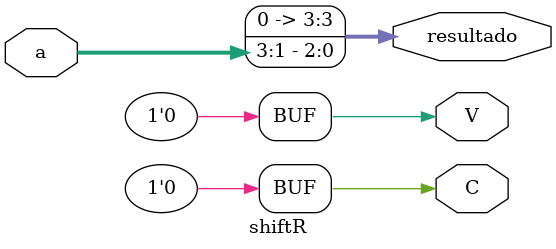
<source format=sv>
module shiftR #(parameter N = 4) (input logic[N-1:0] a, output logic [N-1:0] resultado, output bit V, output bit C);
	
	assign C = 0;
	assign V = 0;
	
	always_comb  begin
		resultado = a >> 1;
	end
	
endmodule 
</source>
